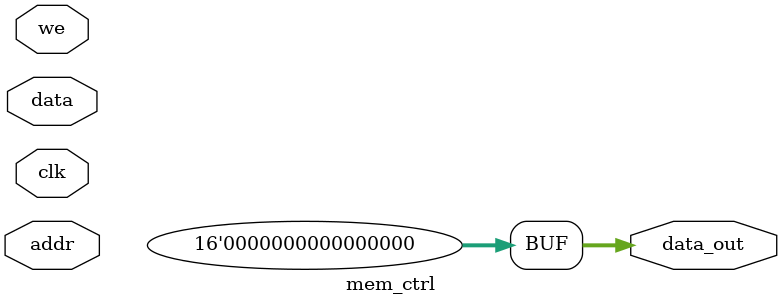
<source format=v>

module mem_ctrl(
    input clk,
    input [31:0]addr,
    input [31:0]data,
    input we,

    output reg [15:0]data_out = 16'b0
);

always @(posedge clk) begin
/*
*   Problem 4:
*   Drive 'data_out' register here
*/
end

endmodule

</source>
